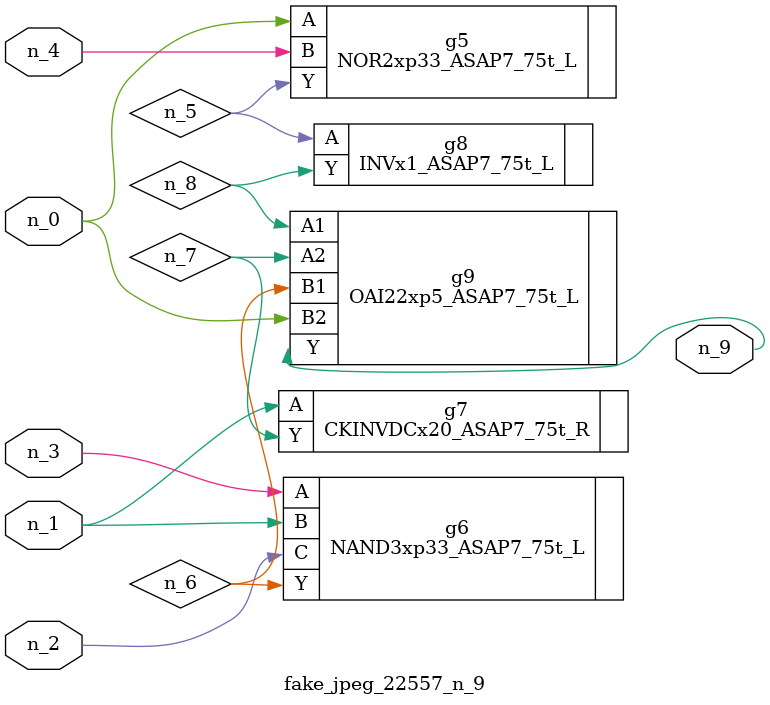
<source format=v>
module fake_jpeg_22557_n_9 (n_3, n_2, n_1, n_0, n_4, n_9);

input n_3;
input n_2;
input n_1;
input n_0;
input n_4;

output n_9;

wire n_8;
wire n_6;
wire n_5;
wire n_7;

NOR2xp33_ASAP7_75t_L g5 ( 
.A(n_0),
.B(n_4),
.Y(n_5)
);

NAND3xp33_ASAP7_75t_L g6 ( 
.A(n_3),
.B(n_1),
.C(n_2),
.Y(n_6)
);

CKINVDCx20_ASAP7_75t_R g7 ( 
.A(n_1),
.Y(n_7)
);

INVx1_ASAP7_75t_L g8 ( 
.A(n_5),
.Y(n_8)
);

OAI22xp5_ASAP7_75t_L g9 ( 
.A1(n_8),
.A2(n_7),
.B1(n_6),
.B2(n_0),
.Y(n_9)
);


endmodule
</source>
